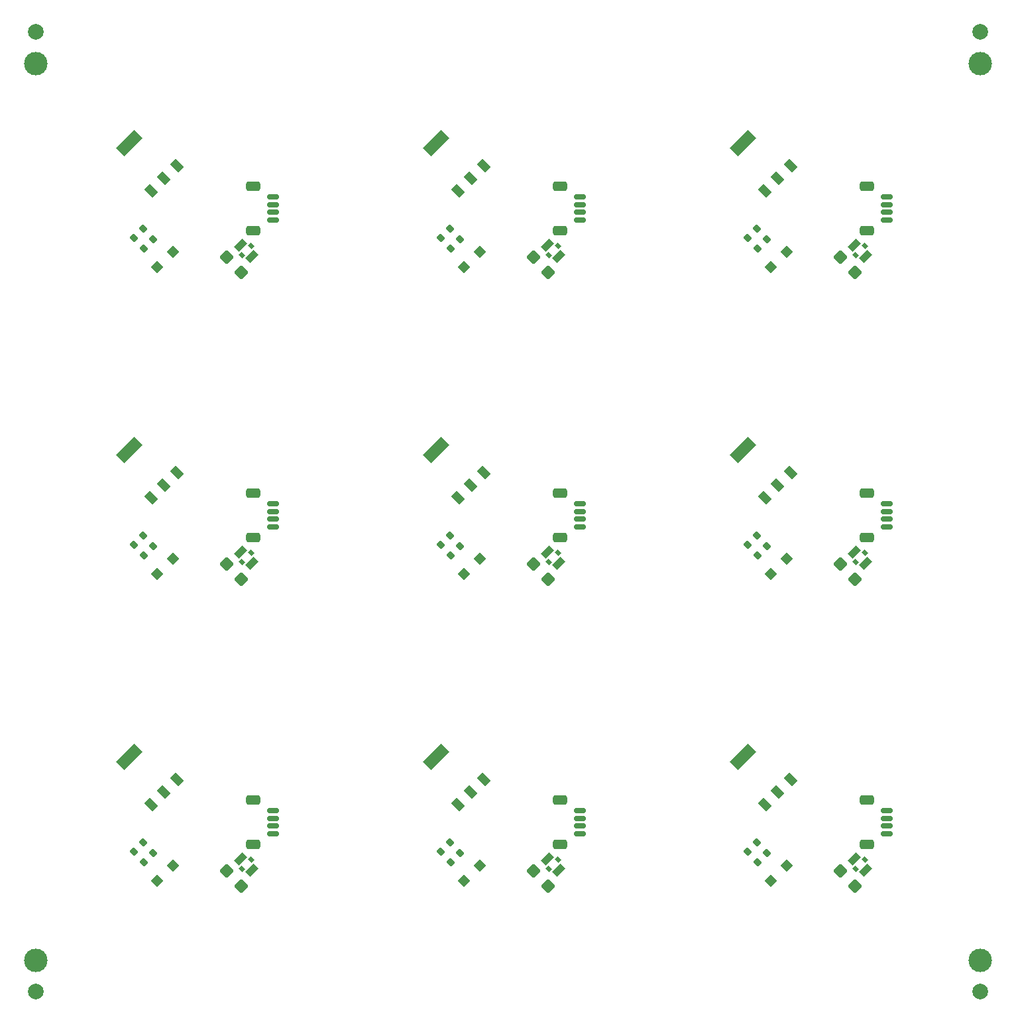
<source format=gtp>
G04 #@! TF.GenerationSoftware,KiCad,Pcbnew,6.0.0-d3dd2cf0fa~116~ubuntu20.04.1*
G04 #@! TF.CreationDate,2023-02-13T13:45:33+00:00*
G04 #@! TF.ProjectId,pixel-pump-motor-board-panel,70697865-6c2d-4707-956d-702d6d6f746f,rev?*
G04 #@! TF.SameCoordinates,Original*
G04 #@! TF.FileFunction,Paste,Top*
G04 #@! TF.FilePolarity,Positive*
%FSLAX46Y46*%
G04 Gerber Fmt 4.6, Leading zero omitted, Abs format (unit mm)*
G04 Created by KiCad (PCBNEW 6.0.0-d3dd2cf0fa~116~ubuntu20.04.1) date 2023-02-13 13:45:33*
%MOMM*%
%LPD*%
G01*
G04 APERTURE LIST*
G04 Aperture macros list*
%AMRoundRect*
0 Rectangle with rounded corners*
0 $1 Rounding radius*
0 $2 $3 $4 $5 $6 $7 $8 $9 X,Y pos of 4 corners*
0 Add a 4 corners polygon primitive as box body*
4,1,4,$2,$3,$4,$5,$6,$7,$8,$9,$2,$3,0*
0 Add four circle primitives for the rounded corners*
1,1,$1+$1,$2,$3*
1,1,$1+$1,$4,$5*
1,1,$1+$1,$6,$7*
1,1,$1+$1,$8,$9*
0 Add four rect primitives between the rounded corners*
20,1,$1+$1,$2,$3,$4,$5,0*
20,1,$1+$1,$4,$5,$6,$7,0*
20,1,$1+$1,$6,$7,$8,$9,0*
20,1,$1+$1,$8,$9,$2,$3,0*%
%AMRotRect*
0 Rectangle, with rotation*
0 The origin of the aperture is its center*
0 $1 length*
0 $2 width*
0 $3 Rotation angle, in degrees counterclockwise*
0 Add horizontal line*
21,1,$1,$2,0,0,$3*%
G04 Aperture macros list end*
%ADD10RoundRect,0.200000X0.053033X-0.335876X0.335876X-0.053033X-0.053033X0.335876X-0.335876X0.053033X0*%
%ADD11RoundRect,0.150000X0.625000X-0.150000X0.625000X0.150000X-0.625000X0.150000X-0.625000X-0.150000X0*%
%ADD12RoundRect,0.250000X0.650000X-0.350000X0.650000X0.350000X-0.650000X0.350000X-0.650000X-0.350000X0*%
%ADD13RotRect,1.100000X1.100000X45.000000*%
%ADD14RoundRect,0.250000X0.618718X-0.017678X-0.017678X0.618718X-0.618718X0.017678X0.017678X-0.618718X0*%
%ADD15RotRect,0.863600X1.473200X315.000000*%
%ADD16RotRect,0.685800X0.533400X315.000000*%
%ADD17RotRect,0.990600X1.498600X45.000000*%
%ADD18RotRect,3.276600X1.498600X45.000000*%
%ADD19C,2.000000*%
%ADD20C,3.000000*%
G04 APERTURE END LIST*
D10*
G04 #@! TO.C,R1*
X57009870Y-30666393D03*
X58176596Y-29499667D03*
G04 #@! TD*
G04 #@! TO.C,R1*
X17809870Y-69866393D03*
X18976596Y-68699667D03*
G04 #@! TD*
D11*
G04 #@! TO.C,J1*
X112662233Y-66230630D03*
X112662233Y-65230630D03*
X112662233Y-64230630D03*
X112662233Y-63230630D03*
D12*
X110137233Y-61930630D03*
X110137233Y-67530630D03*
G04 #@! TD*
D13*
G04 #@! TO.C,D1*
X97897284Y-72220579D03*
X99877182Y-70240681D03*
G04 #@! TD*
D10*
G04 #@! TO.C,R1*
X96209870Y-109066393D03*
X97376596Y-107899667D03*
G04 #@! TD*
D13*
G04 #@! TO.C,D1*
X19497284Y-33020579D03*
X21477182Y-31040681D03*
G04 #@! TD*
D10*
G04 #@! TO.C,R1*
X96209870Y-30666393D03*
X97376596Y-29499667D03*
G04 #@! TD*
D13*
G04 #@! TO.C,D1*
X97897284Y-111420579D03*
X99877182Y-109440681D03*
G04 #@! TD*
G04 #@! TO.C,D1*
X19497284Y-72220579D03*
X21477182Y-70240681D03*
G04 #@! TD*
D14*
G04 #@! TO.C,C1*
X108641827Y-72885224D03*
X106732639Y-70976036D03*
G04 #@! TD*
D15*
G04 #@! TO.C,U1*
X69350852Y-69394249D03*
X70823614Y-70867011D03*
D16*
X70670950Y-69546913D03*
X69503516Y-70714347D03*
G04 #@! TD*
D14*
G04 #@! TO.C,C1*
X69441827Y-112085224D03*
X67532639Y-110176036D03*
G04 #@! TD*
D10*
G04 #@! TO.C,R1*
X57009870Y-69866393D03*
X58176596Y-68699667D03*
G04 #@! TD*
D11*
G04 #@! TO.C,J1*
X73462233Y-105430630D03*
X73462233Y-104430630D03*
X73462233Y-103430630D03*
X73462233Y-102430630D03*
D12*
X70937233Y-101130630D03*
X70937233Y-106730630D03*
G04 #@! TD*
D17*
G04 #@! TO.C,Q1*
X18747371Y-101698660D03*
X20363817Y-100082214D03*
X21980263Y-98465768D03*
D18*
X15909610Y-95628007D03*
G04 #@! TD*
D11*
G04 #@! TO.C,J1*
X34262233Y-105430630D03*
X34262233Y-104430630D03*
X34262233Y-103430630D03*
X34262233Y-102430630D03*
D12*
X31737233Y-106730630D03*
X31737233Y-101130630D03*
G04 #@! TD*
D17*
G04 #@! TO.C,Q1*
X97147371Y-62498660D03*
X98763817Y-60882214D03*
X100380263Y-59265768D03*
D18*
X94309610Y-56428007D03*
G04 #@! TD*
D14*
G04 #@! TO.C,C1*
X108641827Y-112085224D03*
X106732639Y-110176036D03*
G04 #@! TD*
D17*
G04 #@! TO.C,Q1*
X18747371Y-23298660D03*
X20363817Y-21682214D03*
X21980263Y-20065768D03*
D18*
X15909610Y-17228007D03*
G04 #@! TD*
D10*
G04 #@! TO.C,R1*
X96209870Y-69866393D03*
X97376596Y-68699667D03*
G04 #@! TD*
G04 #@! TO.C,R2*
X16514470Y-29320193D03*
X17681196Y-28153467D03*
G04 #@! TD*
G04 #@! TO.C,R1*
X17809870Y-109066393D03*
X18976596Y-107899667D03*
G04 #@! TD*
D15*
G04 #@! TO.C,U1*
X30150852Y-69394249D03*
X31623614Y-70867011D03*
D16*
X31470950Y-69546913D03*
X30303516Y-70714347D03*
G04 #@! TD*
D14*
G04 #@! TO.C,C1*
X30241827Y-72885224D03*
X28332639Y-70976036D03*
G04 #@! TD*
D10*
G04 #@! TO.C,R2*
X94914470Y-68520193D03*
X96081196Y-67353467D03*
G04 #@! TD*
D17*
G04 #@! TO.C,Q1*
X18747371Y-62498660D03*
X20363817Y-60882214D03*
X21980263Y-59265768D03*
D18*
X15909610Y-56428007D03*
G04 #@! TD*
D17*
G04 #@! TO.C,Q1*
X57947371Y-62498660D03*
X59563817Y-60882214D03*
X61180263Y-59265768D03*
D18*
X55109610Y-56428007D03*
G04 #@! TD*
D13*
G04 #@! TO.C,D1*
X58697284Y-72220579D03*
X60677182Y-70240681D03*
G04 #@! TD*
D15*
G04 #@! TO.C,U1*
X30150852Y-30194249D03*
X31623614Y-31667011D03*
D16*
X31470950Y-30346913D03*
X30303516Y-31514347D03*
G04 #@! TD*
D11*
G04 #@! TO.C,J1*
X112662233Y-27030630D03*
X112662233Y-26030630D03*
X112662233Y-25030630D03*
X112662233Y-24030630D03*
D12*
X110137233Y-22730630D03*
X110137233Y-28330630D03*
G04 #@! TD*
D13*
G04 #@! TO.C,D1*
X58697284Y-111420579D03*
X60677182Y-109440681D03*
G04 #@! TD*
D11*
G04 #@! TO.C,J1*
X73462233Y-27030630D03*
X73462233Y-26030630D03*
X73462233Y-25030630D03*
X73462233Y-24030630D03*
D12*
X70937233Y-28330630D03*
X70937233Y-22730630D03*
G04 #@! TD*
D17*
G04 #@! TO.C,Q1*
X97147371Y-23298660D03*
X98763817Y-21682214D03*
X100380263Y-20065768D03*
D18*
X94309610Y-17228007D03*
G04 #@! TD*
D19*
G04 #@! TO.C,REF\u002A\u002A*
X4000000Y-125597842D03*
G04 #@! TD*
D14*
G04 #@! TO.C,C1*
X108641827Y-33685224D03*
X106732639Y-31776036D03*
G04 #@! TD*
G04 #@! TO.C,C1*
X69441827Y-33685224D03*
X67532639Y-31776036D03*
G04 #@! TD*
D11*
G04 #@! TO.C,J1*
X73462233Y-66230630D03*
X73462233Y-65230630D03*
X73462233Y-64230630D03*
X73462233Y-63230630D03*
D12*
X70937233Y-61930630D03*
X70937233Y-67530630D03*
G04 #@! TD*
D10*
G04 #@! TO.C,R2*
X16514470Y-68520193D03*
X17681196Y-67353467D03*
G04 #@! TD*
D15*
G04 #@! TO.C,U1*
X108550852Y-108594249D03*
X110023614Y-110067011D03*
D16*
X109870950Y-108746913D03*
X108703516Y-109914347D03*
G04 #@! TD*
D14*
G04 #@! TO.C,C1*
X30241827Y-112085224D03*
X28332639Y-110176036D03*
G04 #@! TD*
D10*
G04 #@! TO.C,R2*
X94914470Y-29320193D03*
X96081196Y-28153467D03*
G04 #@! TD*
D15*
G04 #@! TO.C,U1*
X108550852Y-69394249D03*
X110023614Y-70867011D03*
D16*
X109870950Y-69546913D03*
X108703516Y-70714347D03*
G04 #@! TD*
D13*
G04 #@! TO.C,D1*
X58697284Y-33020579D03*
X60677182Y-31040681D03*
G04 #@! TD*
D15*
G04 #@! TO.C,U1*
X69350852Y-30194249D03*
X70823614Y-31667011D03*
D16*
X70670950Y-30346913D03*
X69503516Y-31514347D03*
G04 #@! TD*
D10*
G04 #@! TO.C,R2*
X55714470Y-29320193D03*
X56881196Y-28153467D03*
G04 #@! TD*
D19*
G04 #@! TO.C,REF\u002A\u002A*
X124595686Y-3000000D03*
G04 #@! TD*
G04 #@! TO.C,REF\u002A\u002A*
X124595686Y-125597842D03*
G04 #@! TD*
D10*
G04 #@! TO.C,R1*
X57009870Y-109066393D03*
X58176596Y-107899667D03*
G04 #@! TD*
D20*
G04 #@! TO.C,REF\u002A\u002A*
X124595686Y-121597842D03*
G04 #@! TD*
D10*
G04 #@! TO.C,R2*
X55714470Y-68520193D03*
X56881196Y-67353467D03*
G04 #@! TD*
D11*
G04 #@! TO.C,J1*
X34262233Y-27030630D03*
X34262233Y-26030630D03*
X34262233Y-25030630D03*
X34262233Y-24030630D03*
D12*
X31737233Y-28330630D03*
X31737233Y-22730630D03*
G04 #@! TD*
D11*
G04 #@! TO.C,J1*
X34262233Y-66230630D03*
X34262233Y-65230630D03*
X34262233Y-64230630D03*
X34262233Y-63230630D03*
D12*
X31737233Y-61930630D03*
X31737233Y-67530630D03*
G04 #@! TD*
D14*
G04 #@! TO.C,C1*
X69441827Y-72885224D03*
X67532639Y-70976036D03*
G04 #@! TD*
D11*
G04 #@! TO.C,J1*
X112662233Y-105430630D03*
X112662233Y-104430630D03*
X112662233Y-103430630D03*
X112662233Y-102430630D03*
D12*
X110137233Y-101130630D03*
X110137233Y-106730630D03*
G04 #@! TD*
D13*
G04 #@! TO.C,D1*
X97897284Y-33020579D03*
X99877182Y-31040681D03*
G04 #@! TD*
D15*
G04 #@! TO.C,U1*
X69350852Y-108594249D03*
X70823614Y-110067011D03*
D16*
X70670950Y-108746913D03*
X69503516Y-109914347D03*
G04 #@! TD*
D17*
G04 #@! TO.C,Q1*
X57947371Y-23298660D03*
X59563817Y-21682214D03*
X61180263Y-20065768D03*
D18*
X55109610Y-17228007D03*
G04 #@! TD*
D20*
G04 #@! TO.C,REF\u002A\u002A*
X4000000Y-7000000D03*
G04 #@! TD*
D15*
G04 #@! TO.C,U1*
X108550852Y-30194249D03*
X110023614Y-31667011D03*
D16*
X109870950Y-30346913D03*
X108703516Y-31514347D03*
G04 #@! TD*
D17*
G04 #@! TO.C,Q1*
X57947371Y-101698660D03*
X59563817Y-100082214D03*
X61180263Y-98465768D03*
D18*
X55109610Y-95628007D03*
G04 #@! TD*
D15*
G04 #@! TO.C,U1*
X30150852Y-108594249D03*
X31623614Y-110067011D03*
D16*
X31470950Y-108746913D03*
X30303516Y-109914347D03*
G04 #@! TD*
D14*
G04 #@! TO.C,C1*
X30241827Y-33685224D03*
X28332639Y-31776036D03*
G04 #@! TD*
D10*
G04 #@! TO.C,R2*
X16514470Y-107720193D03*
X17681196Y-106553467D03*
G04 #@! TD*
G04 #@! TO.C,R2*
X94914470Y-107720193D03*
X96081196Y-106553467D03*
G04 #@! TD*
D13*
G04 #@! TO.C,D1*
X19497284Y-111420579D03*
X21477182Y-109440681D03*
G04 #@! TD*
D10*
G04 #@! TO.C,R2*
X55714470Y-107720193D03*
X56881196Y-106553467D03*
G04 #@! TD*
G04 #@! TO.C,R1*
X17809870Y-30666393D03*
X18976596Y-29499667D03*
G04 #@! TD*
D17*
G04 #@! TO.C,Q1*
X97147371Y-101698660D03*
X98763817Y-100082214D03*
X100380263Y-98465768D03*
D18*
X94309610Y-95628007D03*
G04 #@! TD*
D20*
G04 #@! TO.C,REF\u002A\u002A*
X124595686Y-7000000D03*
G04 #@! TD*
D19*
G04 #@! TO.C,REF\u002A\u002A*
X4000000Y-3000000D03*
G04 #@! TD*
D20*
G04 #@! TO.C,REF\u002A\u002A*
X4000000Y-121597842D03*
G04 #@! TD*
M02*

</source>
